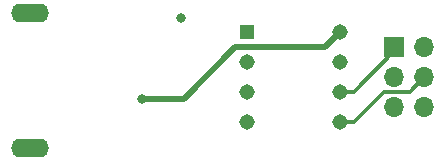
<source format=gbr>
%TF.GenerationSoftware,KiCad,Pcbnew,(5.1.10)-1*%
%TF.CreationDate,2022-01-25T20:11:50-05:00*%
%TF.ProjectId,ISP_Arduino,4953505f-4172-4647-9569-6e6f2e6b6963,rev?*%
%TF.SameCoordinates,Original*%
%TF.FileFunction,Copper,L2,Bot*%
%TF.FilePolarity,Positive*%
%FSLAX46Y46*%
G04 Gerber Fmt 4.6, Leading zero omitted, Abs format (unit mm)*
G04 Created by KiCad (PCBNEW (5.1.10)-1) date 2022-01-25 20:11:50*
%MOMM*%
%LPD*%
G01*
G04 APERTURE LIST*
%TA.AperFunction,ComponentPad*%
%ADD10C,1.308000*%
%TD*%
%TA.AperFunction,ComponentPad*%
%ADD11R,1.308000X1.308000*%
%TD*%
%TA.AperFunction,ComponentPad*%
%ADD12O,1.700000X1.700000*%
%TD*%
%TA.AperFunction,ComponentPad*%
%ADD13R,1.700000X1.700000*%
%TD*%
%TA.AperFunction,ComponentPad*%
%ADD14O,3.200000X1.600000*%
%TD*%
%TA.AperFunction,ViaPad*%
%ADD15C,0.800000*%
%TD*%
%TA.AperFunction,Conductor*%
%ADD16C,0.500000*%
%TD*%
%TA.AperFunction,Conductor*%
%ADD17C,0.350000*%
%TD*%
G04 APERTURE END LIST*
D10*
%TO.P,U1,7*%
%TO.N,/SCK*%
X142185000Y-87530000D03*
%TO.P,U1,6*%
%TO.N,/MISO*%
X142185000Y-90070000D03*
%TO.P,U1,8*%
%TO.N,VCC*%
X142185000Y-84990000D03*
%TO.P,U1,5*%
%TO.N,/MOSI*%
X142185000Y-92610000D03*
D11*
%TO.P,U1,1*%
%TO.N,/RST*%
X134315000Y-84990000D03*
D10*
%TO.P,U1,4*%
%TO.N,GND*%
X134315000Y-92610000D03*
%TO.P,U1,2*%
%TO.N,Net-(R4-Pad1)*%
X134315000Y-87530000D03*
%TO.P,U1,3*%
%TO.N,Net-(R3-Pad1)*%
X134315000Y-90070000D03*
%TD*%
D12*
%TO.P,J2,6*%
%TO.N,GND*%
X149340000Y-91380000D03*
%TO.P,J2,5*%
%TO.N,/RST*%
X146800000Y-91380000D03*
%TO.P,J2,4*%
%TO.N,/MOSI*%
X149340000Y-88840000D03*
%TO.P,J2,3*%
%TO.N,/SCK*%
X146800000Y-88840000D03*
%TO.P,J2,2*%
%TO.N,Net-(D3-Pad2)*%
X149340000Y-86300000D03*
D13*
%TO.P,J2,1*%
%TO.N,/MISO*%
X146800000Y-86300000D03*
%TD*%
D14*
%TO.P,J1,S1*%
%TO.N,Net-(J1-PadS1)*%
X115900000Y-83400000D03*
%TO.P,J1,S2*%
X115900000Y-94800000D03*
%TD*%
D15*
%TO.N,GND*%
X128700000Y-83800000D03*
%TO.N,VCC*%
X125400000Y-90650000D03*
%TD*%
D16*
%TO.N,VCC*%
X125400000Y-90650000D02*
X128950000Y-90650000D01*
X128950000Y-90650000D02*
X133325000Y-86275000D01*
X140900000Y-86275000D02*
X142185000Y-84990000D01*
X133325000Y-86275000D02*
X140900000Y-86275000D01*
D17*
%TO.N,/MOSI*%
X142185000Y-92610000D02*
X143365000Y-92610000D01*
X143365000Y-92610000D02*
X145875000Y-90100000D01*
X148080000Y-90100000D02*
X149340000Y-88840000D01*
X145875000Y-90100000D02*
X148080000Y-90100000D01*
%TO.N,/MISO*%
X142185000Y-90070000D02*
X143355000Y-90070000D01*
X146800000Y-86625000D02*
X146800000Y-86300000D01*
X143355000Y-90070000D02*
X146800000Y-86625000D01*
%TD*%
M02*

</source>
